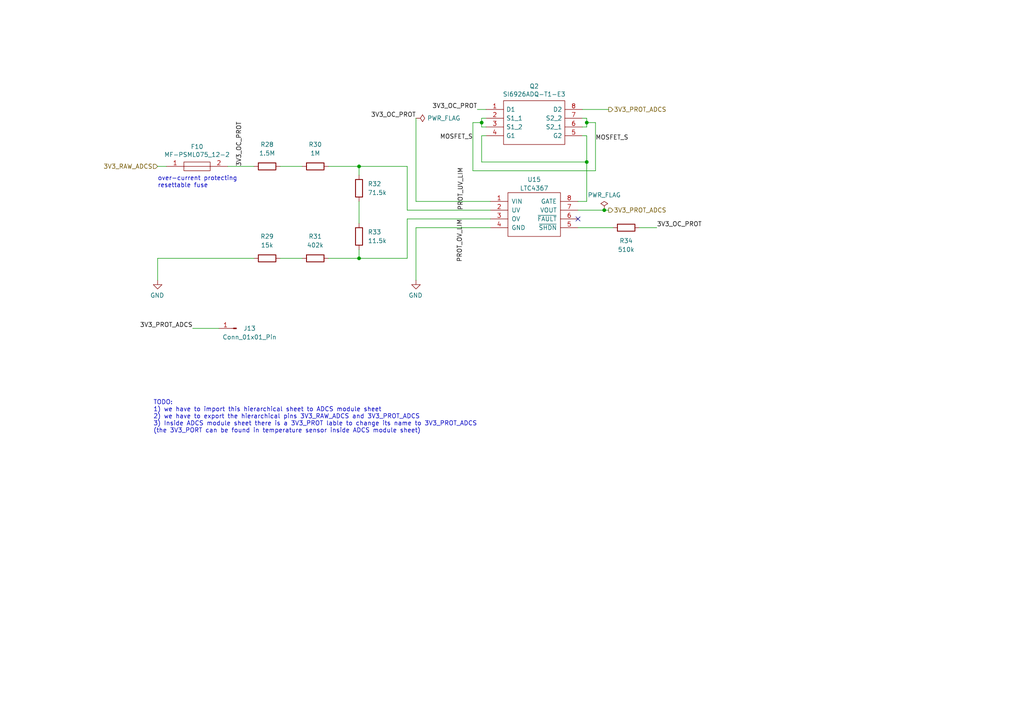
<source format=kicad_sch>
(kicad_sch (version 20230121) (generator eeschema)
  (paper "A4")
  (lib_symbols
    (symbol "Connector:Conn_01x01_Pin" (pin_names (offset 1.016) hide)
      (property "Reference" "J" (at 0 2.54 0))
      (property "Value" "Conn_01x01_Pin" (at 0 -2.54 0))
      (symbol "Conn_01x01_Pin_1_1"
        (polyline (pts (xy 1.27 0) (xy 0.8636 0)) (stroke (width 0.1524)))
        (rectangle (start 0.8636 0.127) (end 0 -0.127) (stroke (width 0.1524)) (fill (type outline)))
        (pin passive line (at 5.08 0 180) (length 3.81) (name "Pin_1") (number "1"))
      )
    )
    (symbol "Device:R" (pin_numbers hide) (pin_names (offset 0))
      (property "Reference" "R" (at 2.032 0 90))
      (property "Value" "R" (at 0 0 90))
      (symbol "R_0_1"
        (rectangle (start -1.016 -2.54) (end 1.016 2.54) (stroke (width 0.254)))
      )
      (symbol "R_1_1"
        (pin passive line (at 0 3.81 270) (length 1.27) (name "~") (number "1"))
        (pin passive line (at 0 -3.81 90) (length 1.27) (name "~") (number "2"))
      )
    )
    (symbol "MISC:LTC4367" (pin_names (offset 1.016))
      (property "Reference" "U" (at 12.7 6.35 0))
      (property "Value" "LTC4367" (at 12.7 3.81 0))
      (symbol "LTC4367_0_1"
        (rectangle (start 5.08 2.54) (end 20.32 -10.16))
      )
      (symbol "LTC4367_1_1"
        (pin power_in line (at 0 0 0) (length 5.08) (name "VIN") (number "1"))
        (pin input line (at 0 -2.54 0) (length 5.08) (name "UV") (number "2"))
        (pin input line (at 0 -5.08 0) (length 5.08) (name "OV") (number "3"))
        (pin power_in line (at 0 -7.62 0) (length 5.08) (name "GND") (number "4"))
        (pin input line (at 25.4 -7.62 180) (length 5.08) (name "~{SHDN}") (number "5"))
        (pin output line (at 25.4 -5.08 180) (length 5.08) (name "~{FAULT}") (number "6"))
        (pin input line (at 25.4 -2.54 180) (length 5.08) (name "VOUT") (number "7"))
        (pin power_out line (at 25.4 0 180) (length 5.08) (name "GATE") (number "8"))
      )
    )
    (symbol "OBC_IC:MF-PSML075_12-2" (pin_names (offset 0.762))
      (property "Reference" "F" (at 13.97 6.35 0))
      (property "Value" "MF-PSML075_12-2" (at 13.97 3.81 0))
      (symbol "MF-PSML075_12-2_0_0"
        (pin passive line (at 0 0 0) (length 5.08) (name "~") (number "1"))
        (pin passive line (at 17.78 0 180) (length 5.08) (name "~") (number "2"))
      )
      (symbol "MF-PSML075_12-2_0_1"
        (polyline (pts (xy 5.08 0) (xy 12.7 0)) (stroke (width 0.1524)))
        (polyline (pts (xy 5.08 1.27) (xy 12.7 1.27) (xy 12.7 -1.27) (xy 5.08 -1.27) (xy 5.08 1.27)) (stroke (width 0.1524)))
      )
    )
    (symbol "OBC_IC:SI6926ADQ-T1-E3" (pin_names (offset 0.762))
      (property "Reference" "Q" (at 24.13 7.62 0))
      (property "Value" "SI6926ADQ-T1-E3" (at 24.13 5.08 0))
      (symbol "SI6926ADQ-T1-E3_0_0"
        (pin passive line (at 0 0 0) (length 5.08) (name "D1") (number "1"))
        (pin passive line (at 0 -2.54 0) (length 5.08) (name "S1_1") (number "2"))
        (pin passive line (at 0 -5.08 0) (length 5.08) (name "S1_2") (number "3"))
        (pin passive line (at 0 -7.62 0) (length 5.08) (name "G1") (number "4"))
        (pin passive line (at 27.94 -7.62 180) (length 5.08) (name "G2") (number "5"))
        (pin passive line (at 27.94 -5.08 180) (length 5.08) (name "S2_1") (number "6"))
        (pin passive line (at 27.94 -2.54 180) (length 5.08) (name "S2_2") (number "7"))
        (pin passive line (at 27.94 0 180) (length 5.08) (name "D2") (number "8"))
      )
      (symbol "SI6926ADQ-T1-E3_0_1"
        (polyline (pts (xy 5.08 2.54) (xy 22.86 2.54) (xy 22.86 -10.16) (xy 5.08 -10.16) (xy 5.08 2.54)) (stroke (width 0.1524)))
      )
    )
    (symbol "power:GND" (power) (pin_names (offset 0))
      (property "Value" "GND" (at 0 -3.81 0))
      (symbol "GND_0_1"
        (polyline (pts (xy 0 0) (xy 0 -1.27) (xy 1.27 -1.27) (xy 0 -2.54) (xy -1.27 -1.27) (xy 0 -1.27)))
      )
      (symbol "GND_1_1"
        (pin power_in line (at 0 0 270) (length 0) hide (name "GND") (number "1"))
      )
    )
    (symbol "power:PWR_FLAG" (power) (pin_numbers hide) (pin_names (offset 0) hide)
      (property "Value" "PWR_FLAG" (at 0 3.81 0))
      (symbol "PWR_FLAG_0_0"
        (pin power_out line (at 0 0 90) (length 0) (name "pwr") (number "1"))
      )
      (symbol "PWR_FLAG_0_1"
        (polyline (pts (xy 0 0) (xy 0 1.27) (xy -1.016 1.905) (xy 0 2.54) (xy 1.016 1.905) (xy 0 1.27)))
      )
    )
  )
  (junction (at 175.26 60.96))
  (junction (at 170.18 35.56))
  (junction (at 170.18 46.99))
  (junction (at 104.14 48.26))
  (junction (at 104.14 74.93))
  (junction (at 139.7 35.56))
  (no_connect (at 167.64 63.5))
  (wire (pts (xy 139.7 46.99) (xy 170.18 46.99)))
  (wire (pts (xy 63.5 95.25) (xy 55.88 95.25)))
  (wire (pts (xy 170.18 35.56) (xy 170.18 36.83)))
  (wire (pts (xy 139.7 35.56) (xy 137.16 35.56)))
  (wire (pts (xy 118.11 63.5) (xy 142.24 63.5)))
  (wire (pts (xy 139.7 39.37) (xy 139.7 46.99)))
  (wire (pts (xy 66.04 48.26) (xy 73.66 48.26)))
  (wire (pts (xy 95.25 74.93) (xy 104.14 74.93)))
  (wire (pts (xy 45.72 74.93) (xy 45.72 81.28)))
  (wire (pts (xy 120.65 34.29) (xy 120.65 58.42)))
  (wire (pts (xy 118.11 74.93) (xy 118.11 63.5)))
  (wire (pts (xy 137.16 35.56) (xy 137.16 49.53)))
  (wire (pts (xy 120.65 58.42) (xy 142.24 58.42)))
  (wire (pts (xy 95.25 48.26) (xy 104.14 48.26)))
  (wire (pts (xy 167.64 66.04) (xy 177.8 66.04)))
  (wire (pts (xy 104.14 74.93) (xy 118.11 74.93)))
  (wire (pts (xy 185.42 66.04) (xy 190.5 66.04)))
  (wire (pts (xy 170.18 39.37) (xy 168.91 39.37)))
  (wire (pts (xy 118.11 60.96) (xy 142.24 60.96)))
  (wire (pts (xy 168.91 34.29) (xy 170.18 34.29)))
  (wire (pts (xy 167.64 60.96) (xy 175.26 60.96)))
  (wire (pts (xy 104.14 48.26) (xy 118.11 48.26)))
  (wire (pts (xy 45.72 48.26) (xy 48.26 48.26)))
  (wire (pts (xy 172.72 35.56) (xy 170.18 35.56)))
  (wire (pts (xy 120.65 66.04) (xy 120.65 81.28)))
  (wire (pts (xy 167.64 58.42) (xy 170.18 58.42)))
  (wire (pts (xy 175.26 60.96) (xy 176.53 60.96)))
  (wire (pts (xy 170.18 46.99) (xy 170.18 58.42)))
  (wire (pts (xy 104.14 48.26) (xy 104.14 50.8)))
  (wire (pts (xy 168.91 31.75) (xy 176.53 31.75)))
  (wire (pts (xy 139.7 35.56) (xy 139.7 36.83)))
  (wire (pts (xy 81.28 74.93) (xy 87.63 74.93)))
  (wire (pts (xy 81.28 48.26) (xy 87.63 48.26)))
  (wire (pts (xy 172.72 49.53) (xy 172.72 35.56)))
  (wire (pts (xy 170.18 34.29) (xy 170.18 35.56)))
  (wire (pts (xy 140.97 31.75) (xy 138.43 31.75)))
  (wire (pts (xy 118.11 48.26) (xy 118.11 60.96)))
  (wire (pts (xy 120.65 66.04) (xy 142.24 66.04)))
  (wire (pts (xy 170.18 39.37) (xy 170.18 46.99)))
  (wire (pts (xy 45.72 74.93) (xy 73.66 74.93)))
  (wire (pts (xy 139.7 36.83) (xy 140.97 36.83)))
  (wire (pts (xy 104.14 58.42) (xy 104.14 64.77)))
  (wire (pts (xy 104.14 72.39) (xy 104.14 74.93)))
  (wire (pts (xy 137.16 49.53) (xy 172.72 49.53)))
  (wire (pts (xy 140.97 39.37) (xy 139.7 39.37)))
  (wire (pts (xy 139.7 34.29) (xy 139.7 35.56)))
  (wire (pts (xy 140.97 34.29) (xy 139.7 34.29)))
  (wire (pts (xy 170.18 36.83) (xy 168.91 36.83)))
  (text "TODO:\n1) we have to import this hierarchical sheet to ADCS module sheet  \n2) we have to export the hierarchical pins 3V3_RAW_ADCS and 3V3_PROT_ADCS\n3) Inside ADCS module sheet there is a 3V3_PROT lable to change its name to 3V3_PROT_ADCS\n(the 3V3_PORT can be found in temperature sensor inside ADCS module sheet)" (at 44.45 125.73 0) (effects (font (size 1.27 1.27)) (justify left bottom)))
  (text "over-current protecting\nresettable fuse" (at 45.72 54.61 0) (effects (font (size 1.27 1.27)) (justify left bottom)))
  (label "3V3_OC_PROT" (at 190.5 66.04 0))
  (label "MOSFET_S" (at 172.72 40.894 0))
  (label "PROT_OV_LIM" (at 134.366 63.5 270))
  (label "3V3_OC_PROT" (at 138.43 31.75 180))
  (label "3V3_OC_PROT" (at 120.65 34.29 180))
  (label "3V3_OC_PROT" (at 70.358 48.26 90))
  (label "3V3_PROT_ADCS" (at 55.88 95.25 180))
  (label "PROT_UV_LIM" (at 134.62 60.96 90))
  (label "MOSFET_S" (at 137.16 40.64 180))
  (hierarchical_label "3V3_PROT_ADCS" (shape output) (at 176.53 60.96 0))
  (hierarchical_label "3V3_RAW_ADCS" (shape input) (at 45.72 48.26 180))
  (hierarchical_label "3V3_PROT_ADCS" (shape output) (at 176.53 31.75 0))
  (symbol (lib_id "Device:R") (at 104.14 68.58 180) (unit 1)
    (property "Reference" "R33" (at 106.68 67.3099 0) (effects (justify right)))
    (property "Value" "11.5k" (at 106.68 69.8499 0) (effects (justify right)))
    (property "Footprint" "Resistor_SMD:R_0603_1608Metric" (effects hide))
  )
  (symbol (lib_id "Device:R") (at 91.44 48.26 90) (unit 1)
    (property "Reference" "R30" (at 91.44 41.91 90))
    (property "Value" "1M" (at 91.44 44.45 90))
    (property "Footprint" "Resistor_SMD:R_0603_1608Metric" (effects hide))
  )
  (symbol (lib_id "Device:R") (at 181.61 66.04 90) (unit 1)
    (property "Reference" "R34" (at 181.61 69.85 90))
    (property "Value" "510k" (at 181.61 72.39 90))
    (property "Footprint" "Resistor_SMD:R_0603_1608Metric" (effects hide))
  )
  (symbol (lib_id "Device:R") (at 91.44 74.93 90) (unit 1)
    (property "Reference" "R31" (at 91.44 68.58 90))
    (property "Value" "402k" (at 91.44 71.12 90))
    (property "Footprint" "Resistor_SMD:R_0603_1608Metric" (effects hide))
  )
  (symbol (lib_id "power:GND") (at 120.65 81.28 0) (mirror y) (unit 1)
    (property "Reference" "#PWR0169" (effects hide))
    (property "Value" "GND" (at 120.523 85.6742 0))
  )
  (symbol (lib_id "OBC_IC:MF-PSML075_12-2") (at 48.26 48.26 0) (unit 1)
    (property "Reference" "F10" (at 57.15 42.545 0))
    (property "Value" "MF-PSML075_12-2" (at 57.15 44.8564 0))
    (property "Footprint" "OBC_IC:MFPSML075122" (effects hide))
    (property "Datasheet" "https://componentsearchengine.com/Datasheets/1/MF-PSML075_12-2.pdf" (effects hide))
    (property "Description" "Resettable Fuses - PPTC 12V  .75A-HD  50A" (effects hide))
    (property "Height" "0.7" (effects hide))
    (property "Mouser Part Number" "652-MF-PSML075/12-2" (effects hide))
    (property "Mouser Price/Stock" "https://www.mouser.co.uk/ProductDetail/Bourns/MF-PSML075-12-2?qs=T3oQrply3y8tiS9BILrBxw%3D%3D" (effects hide))
    (property "Manufacturer_Name" "Bourns" (effects hide))
    (property "Manufacturer_Part_Number" "MF-PSML075/12-2" (effects hide))
  )
  (symbol (lib_id "Device:R") (at 77.47 48.26 90) (unit 1)
    (property "Reference" "R28" (at 77.47 41.91 90))
    (property "Value" "1.5M" (at 77.47 44.45 90))
    (property "Footprint" "Resistor_SMD:R_0603_1608Metric" (effects hide))
  )
  (symbol (lib_id "Connector:Conn_01x01_Pin") (at 68.58 95.25 180) (unit 1)
    (property "Reference" "J13" (at 72.39 95.25 0))
    (property "Value" "Conn_01x01_Pin" (at 72.39 97.79 0))
    (instances (project "obc-adcs-board" (path "" (reference "J13") (unit 1)) (path "" (reference "J30") (unit 1))))
  )
  (symbol (lib_id "power:PWR_FLAG") (at 175.26 60.96 0) (unit 1)
    (property "Reference" "#FLG0109" (effects hide))
    (property "Value" "PWR_FLAG" (at 175.26 56.5658 0))
  )
  (symbol (lib_id "OBC_IC:SI6926ADQ-T1-E3") (at 140.97 31.75 0) (unit 1)
    (property "Reference" "Q2" (at 154.94 25.019 0))
    (property "Value" "SI6926ADQ-T1-E3" (at 154.94 27.3304 0))
    (property "Footprint" "OBC_IC:SI6926ADQ-T1-E3" (effects hide))
    (property "Datasheet" "https://componentsearchengine.com/Datasheets/1/SI6926ADQ-T1-E3.pdf" (effects hide))
    (property "Description" "MOSFET 20V Vds 8V Vgs TSSOP-8" (effects hide))
    (property "Height" "1.2" (effects hide))
    (property "Mouser Part Number" "781-SI6926ADQ-T1-E3" (effects hide))
    (property "Mouser Price/Stock" "https://www.mouser.com/Search/Refine.aspx?Keyword=781-SI6926ADQ-T1-E3" (effects hide))
    (property "Manufacturer_Name" "Vishay" (effects hide))
    (property "Manufacturer_Part_Number" "SI6926ADQ-T1-E3" (effects hide))
  )
  (symbol (lib_id "Device:R") (at 77.47 74.93 90) (unit 1)
    (property "Reference" "R29" (at 77.47 68.58 90))
    (property "Value" "15k" (at 77.47 71.12 90))
    (property "Footprint" "Resistor_SMD:R_0603_1608Metric" (effects hide))
  )
  (symbol (lib_id "MISC:LTC4367") (at 142.24 58.42 0) (unit 1)
    (property "Reference" "U15" (at 154.94 52.07 0))
    (property "Value" "LTC4367" (at 154.94 54.61 0))
    (property "Footprint" "MISC:LTC4367" (effects hide))
    (property "Description" "100V Overvoltage,  Undervoltage and Reverse  Supply Protection Controller" (effects hide))
  )
  (symbol (lib_id "Device:R") (at 104.14 54.61 0) (unit 1)
    (property "Reference" "R32" (at 106.68 53.3399 0) (effects (justify left)))
    (property "Value" "71.5k" (at 106.68 55.8799 0) (effects (justify left)))
    (property "Footprint" "Resistor_SMD:R_0603_1608Metric" (effects hide))
  )
  (symbol (lib_id "power:GND") (at 45.72 81.28 0) (mirror y) (unit 1)
    (property "Reference" "#PWR0168" (effects hide))
    (property "Value" "GND" (at 45.593 85.6742 0))
  )
  (symbol (lib_id "power:PWR_FLAG") (at 120.65 34.29 270) (unit 1)
    (property "Reference" "#FLG0108" (effects hide))
    (property "Value" "PWR_FLAG" (at 123.9012 34.29 90) (effects (justify left)))
  )
)
</source>
